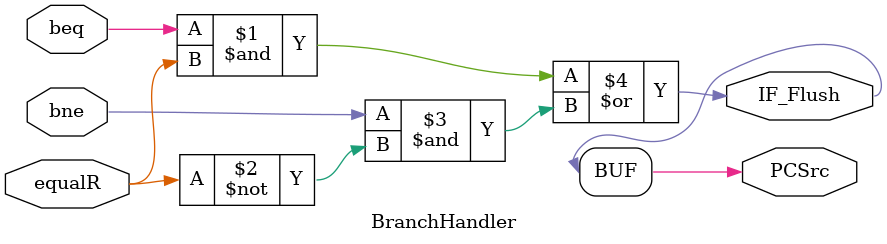
<source format=v>
module BranchHandler(beq,bne,equalR,PCSrc,IF_Flush);
input beq;
input bne;
input equalR;
output PCSrc;
output IF_Flush;
	assign PCSrc = (beq & equalR) | (bne & ~equalR);
	assign IF_Flush = PCSrc;
endmodule
</source>
